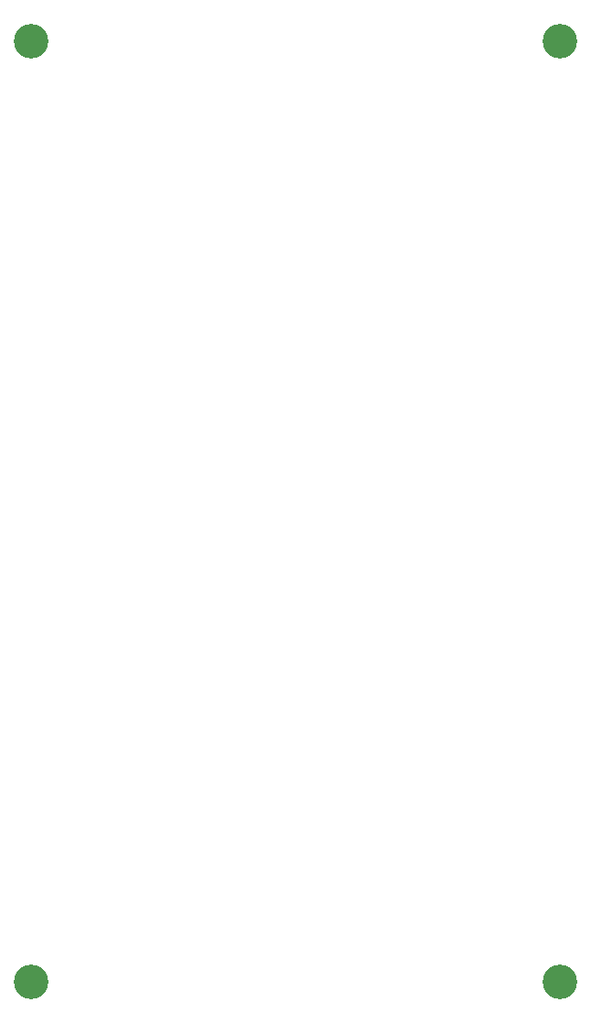
<source format=gbr>
%TF.GenerationSoftware,KiCad,Pcbnew,9.0.2*%
%TF.CreationDate,2025-07-10T18:49:31+01:00*%
%TF.ProjectId,Temperature-Controller,54656d70-6572-4617-9475-72652d436f6e,rev?*%
%TF.SameCoordinates,Original*%
%TF.FileFunction,NonPlated,1,2,NPTH,Drill*%
%TF.FilePolarity,Positive*%
%FSLAX46Y46*%
G04 Gerber Fmt 4.6, Leading zero omitted, Abs format (unit mm)*
G04 Created by KiCad (PCBNEW 9.0.2) date 2025-07-10 18:49:31*
%MOMM*%
%LPD*%
G01*
G04 APERTURE LIST*
%TA.AperFunction,ComponentDrill*%
%ADD10C,3.200000*%
%TD*%
G04 APERTURE END LIST*
D10*
%TO.C,H1*%
X167005000Y-41910000D03*
%TO.C,H3*%
X167005000Y-128905000D03*
%TO.C,H2*%
X215900000Y-41910000D03*
%TO.C,H4*%
X215900000Y-128905000D03*
M02*

</source>
